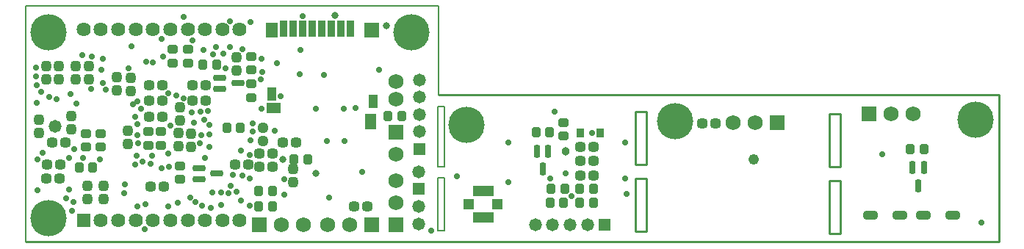
<source format=gbs>
G04 Layer_Color=16711935*
%FSLAX23Y23*%
%MOIN*%
G70*
G01*
G75*
%ADD37C,0.006*%
%ADD38C,0.010*%
G04:AMPARAMS|DCode=92|XSize=58mil|YSize=28mil|CornerRadius=9mil|HoleSize=0mil|Usage=FLASHONLY|Rotation=270.000|XOffset=0mil|YOffset=0mil|HoleType=Round|Shape=RoundedRectangle|*
%AMROUNDEDRECTD92*
21,1,0.058,0.009,0,0,270.0*
21,1,0.040,0.028,0,0,270.0*
1,1,0.018,-0.005,-0.020*
1,1,0.018,-0.005,0.020*
1,1,0.018,0.005,0.020*
1,1,0.018,0.005,-0.020*
%
%ADD92ROUNDEDRECTD92*%
G04:AMPARAMS|DCode=93|XSize=45mil|YSize=45mil|CornerRadius=13mil|HoleSize=0mil|Usage=FLASHONLY|Rotation=0.000|XOffset=0mil|YOffset=0mil|HoleType=Round|Shape=RoundedRectangle|*
%AMROUNDEDRECTD93*
21,1,0.045,0.019,0,0,0.0*
21,1,0.019,0.045,0,0,0.0*
1,1,0.026,0.010,-0.009*
1,1,0.026,-0.010,-0.009*
1,1,0.026,-0.010,0.009*
1,1,0.026,0.010,0.009*
%
%ADD93ROUNDEDRECTD93*%
G04:AMPARAMS|DCode=100|XSize=45mil|YSize=45mil|CornerRadius=13mil|HoleSize=0mil|Usage=FLASHONLY|Rotation=270.000|XOffset=0mil|YOffset=0mil|HoleType=Round|Shape=RoundedRectangle|*
%AMROUNDEDRECTD100*
21,1,0.045,0.019,0,0,270.0*
21,1,0.019,0.045,0,0,270.0*
1,1,0.026,-0.009,-0.010*
1,1,0.026,-0.009,0.010*
1,1,0.026,0.009,0.010*
1,1,0.026,0.009,-0.010*
%
%ADD100ROUNDEDRECTD100*%
G04:AMPARAMS|DCode=106|XSize=42mil|YSize=47mil|CornerRadius=13mil|HoleSize=0mil|Usage=FLASHONLY|Rotation=0.000|XOffset=0mil|YOffset=0mil|HoleType=Round|Shape=RoundedRectangle|*
%AMROUNDEDRECTD106*
21,1,0.042,0.021,0,0,0.0*
21,1,0.017,0.047,0,0,0.0*
1,1,0.025,0.008,-0.011*
1,1,0.025,-0.008,-0.011*
1,1,0.025,-0.008,0.011*
1,1,0.025,0.008,0.011*
%
%ADD106ROUNDEDRECTD106*%
G04:AMPARAMS|DCode=107|XSize=42mil|YSize=47mil|CornerRadius=13mil|HoleSize=0mil|Usage=FLASHONLY|Rotation=270.000|XOffset=0mil|YOffset=0mil|HoleType=Round|Shape=RoundedRectangle|*
%AMROUNDEDRECTD107*
21,1,0.042,0.021,0,0,270.0*
21,1,0.017,0.047,0,0,270.0*
1,1,0.025,-0.011,-0.008*
1,1,0.025,-0.011,0.008*
1,1,0.025,0.011,0.008*
1,1,0.025,0.011,-0.008*
%
%ADD107ROUNDEDRECTD107*%
%ADD108C,0.064*%
%ADD109R,0.064X0.064*%
%ADD110C,0.068*%
%ADD111R,0.068X0.068*%
%ADD112R,0.068X0.068*%
%ADD113C,0.058*%
%ADD114R,0.058X0.058*%
%ADD115R,0.058X0.058*%
%ADD116C,0.028*%
%ADD117C,0.033*%
%ADD118C,0.032*%
%ADD119C,0.048*%
%ADD120C,0.038*%
%ADD121C,0.165*%
G04:AMPARAMS|DCode=122|XSize=58mil|YSize=28mil|CornerRadius=9mil|HoleSize=0mil|Usage=FLASHONLY|Rotation=180.000|XOffset=0mil|YOffset=0mil|HoleType=Round|Shape=RoundedRectangle|*
%AMROUNDEDRECTD122*
21,1,0.058,0.009,0,0,180.0*
21,1,0.040,0.028,0,0,180.0*
1,1,0.018,-0.020,0.005*
1,1,0.018,0.020,0.005*
1,1,0.018,0.020,-0.005*
1,1,0.018,-0.020,-0.005*
%
%ADD122ROUNDEDRECTD122*%
G04:AMPARAMS|DCode=123|XSize=44mil|YSize=45mil|CornerRadius=13mil|HoleSize=0mil|Usage=FLASHONLY|Rotation=270.000|XOffset=0mil|YOffset=0mil|HoleType=Round|Shape=RoundedRectangle|*
%AMROUNDEDRECTD123*
21,1,0.044,0.018,0,0,270.0*
21,1,0.018,0.045,0,0,270.0*
1,1,0.026,-0.009,-0.009*
1,1,0.026,-0.009,0.009*
1,1,0.026,0.009,0.009*
1,1,0.026,0.009,-0.009*
%
%ADD123ROUNDEDRECTD123*%
G04:AMPARAMS|DCode=124|XSize=67mil|YSize=38mil|CornerRadius=11mil|HoleSize=0mil|Usage=FLASHONLY|Rotation=180.000|XOffset=0mil|YOffset=0mil|HoleType=Round|Shape=RoundedRectangle|*
%AMROUNDEDRECTD124*
21,1,0.067,0.015,0,0,180.0*
21,1,0.044,0.038,0,0,180.0*
1,1,0.023,-0.022,0.007*
1,1,0.023,0.022,0.007*
1,1,0.023,0.022,-0.007*
1,1,0.023,-0.022,-0.007*
%
%ADD124ROUNDEDRECTD124*%
%ADD125R,0.054X0.066*%
%ADD126R,0.067X0.067*%
%ADD127R,0.039X0.063*%
%ADD128R,0.038X0.076*%
%ADD129R,0.033X0.042*%
%ADD130R,0.047X0.047*%
%ADD131R,0.095X0.047*%
G36*
X1527Y5083D02*
X1462D01*
Y5130D01*
X1527D01*
Y5083D01*
D02*
G37*
G36*
X1959Y5011D02*
X1911D01*
Y5079D01*
X1959D01*
Y5011D01*
D02*
G37*
D37*
X369Y4498D02*
Y5568D01*
X2240Y4838D02*
Y5113D01*
Y4838D02*
X2270D01*
Y5113D01*
X2240D02*
X2270D01*
X2240Y4548D02*
Y4788D01*
Y4548D02*
X2270D01*
Y4788D01*
X2240D02*
X2270D01*
X369Y5568D02*
X2243D01*
Y5165D02*
Y5568D01*
D38*
X369Y4498D02*
X3998D01*
X3135Y4785D02*
X3185D01*
Y4545D02*
Y4785D01*
X3135Y4545D02*
X3185D01*
X3135D02*
Y4785D01*
Y5090D02*
X3185D01*
Y4850D02*
Y5090D01*
X3135Y4850D02*
X3185D01*
X3135D02*
Y5090D01*
X4785Y4498D02*
Y4780D01*
X3998Y4498D02*
X4785D01*
X4015Y4840D02*
Y5080D01*
Y4840D02*
X4065D01*
Y5080D01*
X4015D02*
X4065D01*
X4015Y4535D02*
Y4775D01*
Y4535D02*
X4065D01*
Y4775D01*
X4015D02*
X4065D01*
X2243Y5165D02*
X4785D01*
Y4780D02*
Y5165D01*
D92*
X4394Y4836D02*
D03*
X4446D02*
D03*
X4420Y4754D02*
D03*
X2715Y4829D02*
D03*
X2741Y4911D02*
D03*
X2689D02*
D03*
D93*
X1860Y4660D02*
D03*
X1920D02*
D03*
X1490Y4898D02*
D03*
X1430D02*
D03*
Y4839D02*
D03*
X1490D02*
D03*
X1535Y4950D02*
D03*
X1595D02*
D03*
X551Y4951D02*
D03*
X491D02*
D03*
X465Y4850D02*
D03*
X525D02*
D03*
X522Y4786D02*
D03*
X463D02*
D03*
X3500Y5035D02*
D03*
X3440D02*
D03*
X2945Y4930D02*
D03*
X2885D02*
D03*
X2945Y4865D02*
D03*
X2885D02*
D03*
Y4800D02*
D03*
X2945D02*
D03*
X1128Y5138D02*
D03*
X1188D02*
D03*
X1320Y4850D02*
D03*
X1380D02*
D03*
X938Y4749D02*
D03*
X998D02*
D03*
X930Y5138D02*
D03*
X990D02*
D03*
X930Y5210D02*
D03*
X990D02*
D03*
X1188D02*
D03*
X1128D02*
D03*
X990Y5066D02*
D03*
X930D02*
D03*
D100*
X1584Y4770D02*
D03*
Y4830D02*
D03*
X596Y5295D02*
D03*
Y5235D02*
D03*
X656D02*
D03*
Y5295D02*
D03*
X463Y5235D02*
D03*
Y5295D02*
D03*
X521Y5235D02*
D03*
Y5295D02*
D03*
X650Y4694D02*
D03*
Y4754D02*
D03*
X431Y5053D02*
D03*
Y4993D02*
D03*
X575Y5070D02*
D03*
Y5010D02*
D03*
X722Y4754D02*
D03*
Y4694D02*
D03*
X832Y5003D02*
D03*
Y4943D02*
D03*
X1325Y5275D02*
D03*
Y5335D02*
D03*
X1121Y4988D02*
D03*
Y4928D02*
D03*
X847Y5183D02*
D03*
Y5243D02*
D03*
X1062Y4992D02*
D03*
Y4932D02*
D03*
X782Y5186D02*
D03*
Y5246D02*
D03*
X1070Y5108D02*
D03*
Y5048D02*
D03*
D106*
X1282Y5017D02*
D03*
X1344D02*
D03*
X2811Y4675D02*
D03*
X2749D02*
D03*
X1427Y4728D02*
D03*
X1489D02*
D03*
X4446Y4920D02*
D03*
X4384D02*
D03*
X2013Y5071D02*
D03*
X2075D02*
D03*
X1174Y5304D02*
D03*
X1236D02*
D03*
X1490Y4661D02*
D03*
X1428D02*
D03*
X2946Y4675D02*
D03*
X2884D02*
D03*
X2754Y4741D02*
D03*
X2816D02*
D03*
X2946Y4740D02*
D03*
X2884D02*
D03*
X1587Y4873D02*
D03*
X1649D02*
D03*
X612Y4837D02*
D03*
X674D02*
D03*
X2685Y4996D02*
D03*
X2747D02*
D03*
D107*
X644Y4991D02*
D03*
Y4929D02*
D03*
X1393Y5153D02*
D03*
Y5215D02*
D03*
X1070Y4782D02*
D03*
Y4844D02*
D03*
X709Y4929D02*
D03*
Y4991D02*
D03*
X1393Y5341D02*
D03*
Y5280D02*
D03*
X982Y4998D02*
D03*
Y4936D02*
D03*
X928Y4998D02*
D03*
Y4936D02*
D03*
X1107Y5311D02*
D03*
Y5373D02*
D03*
X1035D02*
D03*
Y5311D02*
D03*
X2810Y4979D02*
D03*
Y5041D02*
D03*
D108*
X633Y5462D02*
D03*
X711D02*
D03*
X790D02*
D03*
X869D02*
D03*
X948D02*
D03*
X1026D02*
D03*
X1105D02*
D03*
X1184D02*
D03*
X1263D02*
D03*
X1341D02*
D03*
Y4596D02*
D03*
X1263D02*
D03*
X1184D02*
D03*
X1105D02*
D03*
X1026D02*
D03*
X948D02*
D03*
X869D02*
D03*
X790D02*
D03*
X711D02*
D03*
D109*
X633D02*
D03*
D110*
X2050Y4775D02*
D03*
Y4675D02*
D03*
X1740Y4575D02*
D03*
X1840D02*
D03*
X2050Y4895D02*
D03*
X3680Y5040D02*
D03*
X3580D02*
D03*
X1630Y4575D02*
D03*
X1530D02*
D03*
X4395Y5080D02*
D03*
X4295D02*
D03*
X2050Y5226D02*
D03*
Y5147D02*
D03*
D111*
Y4575D02*
D03*
Y4995D02*
D03*
D112*
X1940Y4575D02*
D03*
X3780Y5040D02*
D03*
X1430Y4575D02*
D03*
X4195Y5080D02*
D03*
D113*
X2154Y4659D02*
D03*
Y4580D02*
D03*
Y4816D02*
D03*
X2156Y5077D02*
D03*
Y4998D02*
D03*
Y5156D02*
D03*
Y5234D02*
D03*
X2683Y4575D02*
D03*
X2761D02*
D03*
X2919D02*
D03*
X2840D02*
D03*
X504Y5022D02*
D03*
D114*
X2154Y4738D02*
D03*
X2156Y4920D02*
D03*
D115*
X2997Y4575D02*
D03*
D116*
X911Y4557D02*
D03*
X2210Y4548D02*
D03*
X2326Y4797D02*
D03*
X732Y5189D02*
D03*
X988Y5421D02*
D03*
X1123Y5086D02*
D03*
X1814Y5102D02*
D03*
X418Y5249D02*
D03*
X714Y5280D02*
D03*
X667Y5194D02*
D03*
X1542Y4714D02*
D03*
X994Y5340D02*
D03*
X1268Y5352D02*
D03*
X1353Y5373D02*
D03*
X1295Y5382D02*
D03*
X2847Y4705D02*
D03*
X1442Y5269D02*
D03*
X553Y4696D02*
D03*
X1211Y4653D02*
D03*
X1435Y5236D02*
D03*
X1543Y4783D02*
D03*
X511Y5147D02*
D03*
X1021Y4840D02*
D03*
X868Y4851D02*
D03*
X1028Y5027D02*
D03*
X580Y4640D02*
D03*
X631Y4880D02*
D03*
X2939Y4993D02*
D03*
X1290Y4720D02*
D03*
X1299Y4754D02*
D03*
X1388Y4662D02*
D03*
X1220Y5350D02*
D03*
X1176Y5368D02*
D03*
X1232Y5383D02*
D03*
X1297Y5500D02*
D03*
X1275Y5287D02*
D03*
X1440Y5102D02*
D03*
X1347Y4687D02*
D03*
X1015Y4899D02*
D03*
X3089Y4948D02*
D03*
X988Y4834D02*
D03*
X1311Y4803D02*
D03*
X448Y4903D02*
D03*
X417Y5288D02*
D03*
X1401Y5000D02*
D03*
X670Y5338D02*
D03*
X1616Y5370D02*
D03*
X1722Y5256D02*
D03*
X3098Y4717D02*
D03*
X1439Y5331D02*
D03*
X1127Y5414D02*
D03*
X1401Y5036D02*
D03*
X1391Y5496D02*
D03*
X708Y4873D02*
D03*
X720Y5219D02*
D03*
X1134Y5038D02*
D03*
X1179Y5052D02*
D03*
X1203Y5028D02*
D03*
X1203Y4930D02*
D03*
X899Y4863D02*
D03*
X942Y4891D02*
D03*
X1018Y5172D02*
D03*
X815Y4721D02*
D03*
X851Y5386D02*
D03*
X1085Y5520D02*
D03*
X1053Y5164D02*
D03*
X1086Y5148D02*
D03*
X721Y5328D02*
D03*
X948Y5314D02*
D03*
X872Y4888D02*
D03*
X936Y4853D02*
D03*
X880Y4946D02*
D03*
X855Y5122D02*
D03*
X892Y5103D02*
D03*
X1867Y5106D02*
D03*
X1897Y4817D02*
D03*
X1204Y4985D02*
D03*
X1390Y4960D02*
D03*
X1738Y4955D02*
D03*
X1816Y4957D02*
D03*
X1164Y5090D02*
D03*
X1196Y5093D02*
D03*
X878Y5136D02*
D03*
X1352Y4801D02*
D03*
X1388Y4892D02*
D03*
X1346Y4913D02*
D03*
X1256Y4724D02*
D03*
X877Y4660D02*
D03*
X1060Y4675D02*
D03*
X914Y4669D02*
D03*
X821Y4759D02*
D03*
X439Y5178D02*
D03*
X600Y5126D02*
D03*
X572Y5168D02*
D03*
X628Y5345D02*
D03*
X420Y5209D02*
D03*
X421Y5128D02*
D03*
X1613Y5260D02*
D03*
X422Y4872D02*
D03*
X590Y4918D02*
D03*
X1166Y4983D02*
D03*
X1160Y4947D02*
D03*
X476Y5157D02*
D03*
X587Y4678D02*
D03*
X1184Y4881D02*
D03*
X1170Y4664D02*
D03*
X1017Y4660D02*
D03*
X1500Y5003D02*
D03*
X1256Y4667D02*
D03*
X565Y4735D02*
D03*
X4705Y4585D02*
D03*
X568Y4880D02*
D03*
X2770Y5090D02*
D03*
X2560Y4950D02*
D03*
X4255Y4895D02*
D03*
X3090Y4785D02*
D03*
X2750D02*
D03*
X2820Y4810D02*
D03*
X2560Y4770D02*
D03*
X1972Y5281D02*
D03*
X875Y5032D02*
D03*
X878Y4982D02*
D03*
X1325Y4726D02*
D03*
X1116Y4699D02*
D03*
X1687Y5104D02*
D03*
X422Y4733D02*
D03*
X915Y5317D02*
D03*
X1747Y4701D02*
D03*
X1141Y4678D02*
D03*
X1218Y4723D02*
D03*
X1626Y5523D02*
D03*
X1387Y4787D02*
D03*
X867Y5066D02*
D03*
X1528Y5158D02*
D03*
X1511Y5309D02*
D03*
X836Y5285D02*
D03*
D117*
X1535Y4874D02*
D03*
D118*
X1772Y5525D02*
D03*
X1685Y4810D02*
D03*
X2008Y5481D02*
D03*
D119*
X3673Y4874D02*
D03*
D120*
X2820Y4910D02*
D03*
D121*
X474Y4606D02*
D03*
Y5449D02*
D03*
X2121D02*
D03*
X3315Y5045D02*
D03*
X4679Y5054D02*
D03*
X2370Y5030D02*
D03*
D122*
X1156Y4782D02*
D03*
Y4834D02*
D03*
X1238Y4808D02*
D03*
X1251Y5192D02*
D03*
Y5244D02*
D03*
X1333Y5218D02*
D03*
D123*
X1448Y4956D02*
D03*
Y5016D02*
D03*
D124*
X4202Y4620D02*
D03*
X4338D02*
D03*
X4578D02*
D03*
X4442D02*
D03*
D125*
X1487Y5460D02*
D03*
D126*
X1940D02*
D03*
D127*
X1945Y5135D02*
D03*
X1485Y5169D02*
D03*
D128*
X1540Y5465D02*
D03*
X1583D02*
D03*
X1627D02*
D03*
X1757D02*
D03*
X1713D02*
D03*
X1670D02*
D03*
X1800D02*
D03*
X1843D02*
D03*
D129*
X2975Y4994D02*
D03*
X2885D02*
D03*
D130*
X2510Y4670D02*
D03*
X2380D02*
D03*
D131*
X2445Y4730D02*
D03*
Y4610D02*
D03*
M02*

</source>
